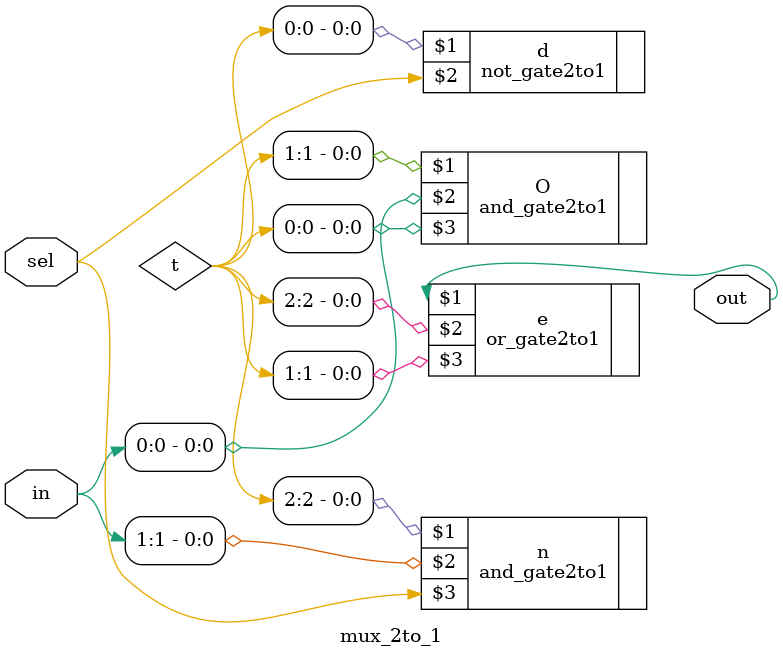
<source format=v>
module mux_16to1_using4to1(in,sel,out);

input[15:0] in;
input[3:0] sel;
output out;
wire [3:0] t;
// using structural design using 4to1 mux
mux_4to_1 M0 (in[3:0],sel[1:0],t[0]);
mux_4to_1 M1 (in[7:4],sel[1:0],t[1]);
mux_4to_1 M2 (in[11:8],sel[1:0],t[2]);
mux_4to_1 M3 (in[15:12],sel[1:0],t[3]);
mux_4to_1 M4 (t,sel[3:2],out);
endmodule

// module mux_16to_1(in,sel,out);

// input[15:0] in;
// input[3:0] sel;
// output out;

// assign out = in[sel];

// endmodule
// 4*1mux behavioral 

module mux_4to_1(in,sel,out);

input[3:0] in;
input[1:0] sel;
output out;
// behavioral 

// assign out = in[sel];

// using structural design using 2to1 mux
 wire [1:0] t;
 mux_2to_1 M0(in[1:0],sel[0:0],t[0]);
 mux_2to_1 M1(in[3:2],sel[0:0],t[1]);
 mux_2to_1 M2(t,sel[1:1],out);
endmodule

// 2 to 1 mux 
module mux_2to_1(in,sel,out);

input [1:0] in;
input sel;
output out;
// assign out = in[sel];
// structural 
wire [2:0]t;
not_gate2to1 d  (t[0], sel);
and_gate2to1 O  (t[1],in[0],t[0]);
and_gate2to1 n  (t[2],in[1],sel);
or_gate2to1  e  (out,t[2],t[1]);

endmodule

</source>
